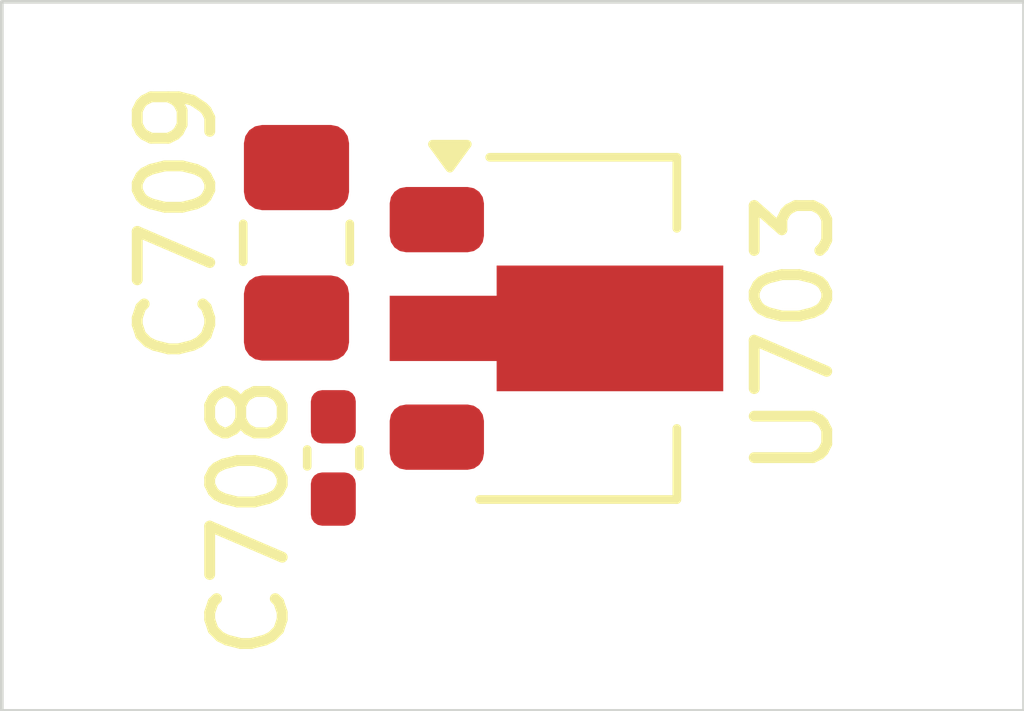
<source format=kicad_pcb>
(kicad_pcb (version 20240108) (generator "pcbnew") (generator_version "8.0")
  (layers (0 "F.Cu" signal) (31 "B.Cu" signal) (34 "B.Paste" user) (35 "F.Paste" user) (36 "B.SilkS" user "B.Silkscreen") (37 "F.SilkS" user "F.Silkscreen") (38 "B.Mask" user) (39 "F.Mask" user) (44 "Edge.Cuts" user))
  (net 0 "")
  (net 1 "Net-(U703-IN)")
  (net 2 "GND")
  (net 3 "/+5V")
  (footprint "Package_TO_SOT_SMD:SOT-89-3" (layer "F.Cu") (at 127.2025 82.609)
    (property "Reference" "U703" (at 2.9725 0.068 90) (layer "F.SilkS"))
    (property "Value" "L78L05_SOT89")
    (fp_line (start -1.22 -2.36) (end 1.36 -2.36) (stroke (width 0.12)) (layer "F.SilkS"))
    (fp_line (start 1.36 -1.38) (end 1.36 -2.36) (stroke (width 0.12)) (layer "F.SilkS"))
    (fp_line (start 1.36 1.38) (end 1.36 2.36) (stroke (width 0.12)) (layer "F.SilkS"))
    (fp_line (start 1.36 2.36) (end -1.36 2.36) (stroke (width 0.12)) (layer "F.SilkS"))
    (fp_poly (pts (xy -1.77 -2.21) (xy -2.01 -2.54) (xy -1.53 -2.54) (xy -1.77 -2.21)) (stroke (width 0.12)) (fill solid) (layer "F.SilkS"))
    (pad "1" smd roundrect (at -1.95 -1.5) (size 1.3 0.9) (layers "F.Cu" "F.Paste" "F.Mask") (net 3 "/+5V"))
    (pad "2" smd custom (at -1.8625 0) (size 1.475 0.9) (layers "F.Cu" "F.Paste" "F.Mask") (net 2 "GND") (options (clearance outline) (anchor rect)) (primitives (gr_poly (pts (xy 3.8625 0.8665) (xy 0.7375 0.8665) (xy 0.7375 -0.8665) (xy 3.8625 -0.8665)) (width 0) (fill yes))))
    (pad "3" smd roundrect (at -1.95 1.5) (size 1.3 0.9) (layers "F.Cu" "F.Paste" "F.Mask") (net 1 "Net-(U703-IN)"))
  )
  (footprint "Capacitor_SMD:C_0402_1005Metric_Pad0.74x0.62mm_HandSolder" (layer "F.Cu") (at 123.825 84.3955 90)
    (property "Reference" "C708" (at -0.8215 -1.16 270) (layer "F.SilkS"))
    (property "Value" "1uF")
    (fp_line (start -0.115835 -0.36) (end 0.115835 -0.36) (stroke (width 0.12)) (layer "F.SilkS"))
    (fp_line (start -0.115835 0.36) (end 0.115835 0.36) (stroke (width 0.12)) (layer "F.SilkS"))
    (pad "1" smd roundrect (at -0.5675 0 90) (size 0.735 0.62) (layers "F.Cu" "F.Paste" "F.Mask") (net 1 "Net-(U703-IN)"))
    (pad "2" smd roundrect (at 0.5675 0 90) (size 0.735 0.62) (layers "F.Cu" "F.Paste" "F.Mask") (net 2 "GND"))
  )
  (footprint "Capacitor_SMD:C_0805_2012Metric_Pad1.18x1.45mm_HandSolder" (layer "F.Cu") (at 123.317 81.4285 -90)
    (property "Reference" "C709" (at -0.2755 1.651 90) (layer "F.SilkS"))
    (property "Value" "47uF")
    (fp_line (start -0.261252 0.735) (end 0.261252 0.735) (stroke (width 0.12)) (layer "F.SilkS"))
    (fp_line (start -0.261252 -0.735) (end 0.261252 -0.735) (stroke (width 0.12)) (layer "F.SilkS"))
    (pad "1" smd roundrect (at -1.0375 0 270) (size 1.175 1.45) (layers "F.Cu" "F.Paste" "F.Mask") (roundrect_rratio 0.212766) (net 3 "/+5V"))
    (pad "2" smd roundrect (at 1.0375 0 270) (size 1.175 1.45) (layers "F.Cu" "F.Paste" "F.Mask") (roundrect_rratio 0.212766) (net 2 "GND"))
  )
  (gr_rect (start 119.253 78.105) (end 133.35 87.884) (stroke (width 0.05)) (fill none) (layer "Edge.Cuts"))
)
</source>
